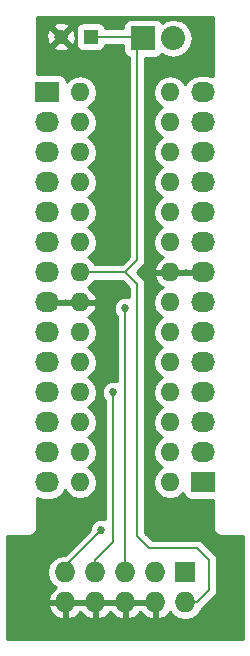
<source format=gbl>
G04 #@! TF.FileFunction,Copper,L2,Bot,Signal*
%FSLAX46Y46*%
G04 Gerber Fmt 4.6, Leading zero omitted, Abs format (unit mm)*
G04 Created by KiCad (PCBNEW 4.0.2+e4-6225~38~ubuntu15.10.1-stable) date Thu 05 May 2016 06:03:02 PM EEST*
%MOMM*%
G01*
G04 APERTURE LIST*
%ADD10C,0.100000*%
%ADD11O,1.600000X1.600000*%
%ADD12R,1.200000X1.200000*%
%ADD13C,1.200000*%
%ADD14R,2.032000X1.727200*%
%ADD15O,2.032000X1.727200*%
%ADD16R,1.727200X1.727200*%
%ADD17O,1.727200X1.727200*%
%ADD18R,2.032000X2.032000*%
%ADD19O,2.032000X2.032000*%
%ADD20C,0.685800*%
%ADD21C,0.152400*%
%ADD22C,0.254000*%
G04 APERTURE END LIST*
D10*
D11*
X135890000Y-73660000D03*
X135890000Y-76200000D03*
X135890000Y-78740000D03*
X135890000Y-81280000D03*
X135890000Y-83820000D03*
X135890000Y-86360000D03*
X135890000Y-88900000D03*
X135890000Y-91440000D03*
X135890000Y-93980000D03*
X135890000Y-96520000D03*
X135890000Y-99060000D03*
X135890000Y-101600000D03*
X135890000Y-104140000D03*
X135890000Y-106680000D03*
X143510000Y-106680000D03*
X143510000Y-104140000D03*
X143510000Y-101600000D03*
X143510000Y-99060000D03*
X143510000Y-96520000D03*
X143510000Y-93980000D03*
X143510000Y-91440000D03*
X143510000Y-88900000D03*
X143510000Y-86360000D03*
X143510000Y-83820000D03*
X143510000Y-81280000D03*
X143510000Y-78740000D03*
X143510000Y-76200000D03*
X143510000Y-73660000D03*
D12*
X136779000Y-68961000D03*
D13*
X134279000Y-68961000D03*
D14*
X133096000Y-73660000D03*
D15*
X133096000Y-76200000D03*
X133096000Y-78740000D03*
X133096000Y-81280000D03*
X133096000Y-83820000D03*
X133096000Y-86360000D03*
X133096000Y-88900000D03*
X133096000Y-91440000D03*
X133096000Y-93980000D03*
X133096000Y-96520000D03*
X133096000Y-99060000D03*
X133096000Y-101600000D03*
X133096000Y-104140000D03*
X133096000Y-106680000D03*
D14*
X146304000Y-106680000D03*
D15*
X146304000Y-104140000D03*
X146304000Y-101600000D03*
X146304000Y-99060000D03*
X146304000Y-96520000D03*
X146304000Y-93980000D03*
X146304000Y-91440000D03*
X146304000Y-88900000D03*
X146304000Y-86360000D03*
X146304000Y-83820000D03*
X146304000Y-81280000D03*
X146304000Y-78740000D03*
X146304000Y-76200000D03*
X146304000Y-73660000D03*
D16*
X144780000Y-114300000D03*
D17*
X144780000Y-116840000D03*
X142240000Y-114300000D03*
X142240000Y-116840000D03*
X139700000Y-114300000D03*
X139700000Y-116840000D03*
X137160000Y-114300000D03*
X137160000Y-116840000D03*
X134620000Y-114300000D03*
X134620000Y-116840000D03*
D18*
X141224000Y-69088000D03*
D19*
X143764000Y-69088000D03*
D20*
X139700000Y-91948000D03*
X137668000Y-110744000D03*
X138684000Y-99060000D03*
D21*
X135890000Y-88900000D02*
X139700000Y-88900000D01*
X139700000Y-88900000D02*
X140716000Y-87884000D01*
X140716000Y-87884000D02*
X140716000Y-69596000D01*
X140716000Y-69596000D02*
X141224000Y-69088000D01*
X136779000Y-68961000D02*
X141097000Y-68961000D01*
X141097000Y-68961000D02*
X141224000Y-69088000D01*
X140716000Y-69596000D02*
X141224000Y-69088000D01*
X139700000Y-88900000D02*
X140716000Y-89916000D01*
X145796000Y-116840000D02*
X144780000Y-116840000D01*
X146812000Y-115824000D02*
X145796000Y-116840000D01*
X146812000Y-113284000D02*
X146812000Y-115824000D01*
X145796000Y-112268000D02*
X146812000Y-113284000D01*
X141732000Y-112268000D02*
X145796000Y-112268000D01*
X140716000Y-111252000D02*
X141732000Y-112268000D01*
X140716000Y-89916000D02*
X140716000Y-111252000D01*
X139700000Y-114300000D02*
X139700000Y-91948000D01*
X137668000Y-110744000D02*
X134620000Y-113792000D01*
X134620000Y-113792000D02*
X134620000Y-114300000D01*
X134620000Y-114300000D02*
X134620000Y-113792000D01*
X134620000Y-114300000D02*
X134620000Y-113538000D01*
X137160000Y-114300000D02*
X137160000Y-113284000D01*
X138684000Y-111760000D02*
X138684000Y-99060000D01*
X137160000Y-113284000D02*
X138684000Y-111760000D01*
D22*
G36*
X147118000Y-72312736D02*
X147062234Y-72275474D01*
X146488745Y-72161400D01*
X146119255Y-72161400D01*
X145545766Y-72275474D01*
X145059585Y-72600330D01*
X144791173Y-73002036D01*
X144552811Y-72645302D01*
X144087264Y-72334233D01*
X143538113Y-72225000D01*
X143481887Y-72225000D01*
X142932736Y-72334233D01*
X142467189Y-72645302D01*
X142156120Y-73110849D01*
X142046887Y-73660000D01*
X142156120Y-74209151D01*
X142467189Y-74674698D01*
X142849275Y-74930000D01*
X142467189Y-75185302D01*
X142156120Y-75650849D01*
X142046887Y-76200000D01*
X142156120Y-76749151D01*
X142467189Y-77214698D01*
X142849275Y-77470000D01*
X142467189Y-77725302D01*
X142156120Y-78190849D01*
X142046887Y-78740000D01*
X142156120Y-79289151D01*
X142467189Y-79754698D01*
X142849275Y-80010000D01*
X142467189Y-80265302D01*
X142156120Y-80730849D01*
X142046887Y-81280000D01*
X142156120Y-81829151D01*
X142467189Y-82294698D01*
X142849275Y-82550000D01*
X142467189Y-82805302D01*
X142156120Y-83270849D01*
X142046887Y-83820000D01*
X142156120Y-84369151D01*
X142467189Y-84834698D01*
X142849275Y-85090000D01*
X142467189Y-85345302D01*
X142156120Y-85810849D01*
X142046887Y-86360000D01*
X142156120Y-86909151D01*
X142467189Y-87374698D01*
X142871703Y-87644986D01*
X142654866Y-87747611D01*
X142278959Y-88162577D01*
X142118096Y-88550961D01*
X142240085Y-88773000D01*
X143383000Y-88773000D01*
X143383000Y-88753000D01*
X143637000Y-88753000D01*
X143637000Y-88773000D01*
X144779915Y-88773000D01*
X144799331Y-88737659D01*
X144817783Y-88773000D01*
X146177000Y-88773000D01*
X146177000Y-88753000D01*
X146431000Y-88753000D01*
X146431000Y-88773000D01*
X146451000Y-88773000D01*
X146451000Y-89027000D01*
X146431000Y-89027000D01*
X146431000Y-89047000D01*
X146177000Y-89047000D01*
X146177000Y-89027000D01*
X144817783Y-89027000D01*
X144799331Y-89062341D01*
X144779915Y-89027000D01*
X143637000Y-89027000D01*
X143637000Y-89047000D01*
X143383000Y-89047000D01*
X143383000Y-89027000D01*
X142240085Y-89027000D01*
X142118096Y-89249039D01*
X142278959Y-89637423D01*
X142654866Y-90052389D01*
X142871703Y-90155014D01*
X142467189Y-90425302D01*
X142156120Y-90890849D01*
X142046887Y-91440000D01*
X142156120Y-91989151D01*
X142467189Y-92454698D01*
X142849275Y-92710000D01*
X142467189Y-92965302D01*
X142156120Y-93430849D01*
X142046887Y-93980000D01*
X142156120Y-94529151D01*
X142467189Y-94994698D01*
X142849275Y-95250000D01*
X142467189Y-95505302D01*
X142156120Y-95970849D01*
X142046887Y-96520000D01*
X142156120Y-97069151D01*
X142467189Y-97534698D01*
X142849275Y-97790000D01*
X142467189Y-98045302D01*
X142156120Y-98510849D01*
X142046887Y-99060000D01*
X142156120Y-99609151D01*
X142467189Y-100074698D01*
X142849275Y-100330000D01*
X142467189Y-100585302D01*
X142156120Y-101050849D01*
X142046887Y-101600000D01*
X142156120Y-102149151D01*
X142467189Y-102614698D01*
X142849275Y-102870000D01*
X142467189Y-103125302D01*
X142156120Y-103590849D01*
X142046887Y-104140000D01*
X142156120Y-104689151D01*
X142467189Y-105154698D01*
X142849275Y-105410000D01*
X142467189Y-105665302D01*
X142156120Y-106130849D01*
X142046887Y-106680000D01*
X142156120Y-107229151D01*
X142467189Y-107694698D01*
X142932736Y-108005767D01*
X143481887Y-108115000D01*
X143538113Y-108115000D01*
X144087264Y-108005767D01*
X144552811Y-107694698D01*
X144643463Y-107559028D01*
X144684838Y-107778917D01*
X144823910Y-107995041D01*
X145036110Y-108140031D01*
X145288000Y-108191040D01*
X147118000Y-108191040D01*
X147118000Y-110490000D01*
X147172046Y-110761705D01*
X147325954Y-110992046D01*
X147556295Y-111145954D01*
X147828000Y-111200000D01*
X149658000Y-111200000D01*
X149658000Y-119940000D01*
X129742000Y-119940000D01*
X129742000Y-117199026D01*
X133165042Y-117199026D01*
X133337312Y-117614947D01*
X133731510Y-118046821D01*
X134260973Y-118294968D01*
X134493000Y-118174469D01*
X134493000Y-116967000D01*
X134747000Y-116967000D01*
X134747000Y-118174469D01*
X134979027Y-118294968D01*
X135508490Y-118046821D01*
X135890000Y-117628848D01*
X136271510Y-118046821D01*
X136800973Y-118294968D01*
X137033000Y-118174469D01*
X137033000Y-116967000D01*
X137287000Y-116967000D01*
X137287000Y-118174469D01*
X137519027Y-118294968D01*
X138048490Y-118046821D01*
X138430000Y-117628848D01*
X138811510Y-118046821D01*
X139340973Y-118294968D01*
X139573000Y-118174469D01*
X139573000Y-116967000D01*
X139827000Y-116967000D01*
X139827000Y-118174469D01*
X140059027Y-118294968D01*
X140588490Y-118046821D01*
X140970000Y-117628848D01*
X141351510Y-118046821D01*
X141880973Y-118294968D01*
X142113000Y-118174469D01*
X142113000Y-116967000D01*
X139827000Y-116967000D01*
X139573000Y-116967000D01*
X137287000Y-116967000D01*
X137033000Y-116967000D01*
X134747000Y-116967000D01*
X134493000Y-116967000D01*
X133286183Y-116967000D01*
X133165042Y-117199026D01*
X129742000Y-117199026D01*
X129742000Y-111200000D01*
X131572000Y-111200000D01*
X131843705Y-111145954D01*
X132074046Y-110992046D01*
X132227954Y-110761705D01*
X132282000Y-110490000D01*
X132282000Y-108027264D01*
X132337766Y-108064526D01*
X132911255Y-108178600D01*
X133280745Y-108178600D01*
X133854234Y-108064526D01*
X134340415Y-107739670D01*
X134608827Y-107337964D01*
X134847189Y-107694698D01*
X135312736Y-108005767D01*
X135861887Y-108115000D01*
X135918113Y-108115000D01*
X136467264Y-108005767D01*
X136932811Y-107694698D01*
X137243880Y-107229151D01*
X137353113Y-106680000D01*
X137243880Y-106130849D01*
X136932811Y-105665302D01*
X136550725Y-105410000D01*
X136932811Y-105154698D01*
X137243880Y-104689151D01*
X137353113Y-104140000D01*
X137243880Y-103590849D01*
X136932811Y-103125302D01*
X136550725Y-102870000D01*
X136932811Y-102614698D01*
X137243880Y-102149151D01*
X137353113Y-101600000D01*
X137243880Y-101050849D01*
X136932811Y-100585302D01*
X136550725Y-100330000D01*
X136932811Y-100074698D01*
X137243880Y-99609151D01*
X137353113Y-99060000D01*
X137243880Y-98510849D01*
X136932811Y-98045302D01*
X136550725Y-97790000D01*
X136932811Y-97534698D01*
X137243880Y-97069151D01*
X137353113Y-96520000D01*
X137243880Y-95970849D01*
X136932811Y-95505302D01*
X136550725Y-95250000D01*
X136932811Y-94994698D01*
X137243880Y-94529151D01*
X137353113Y-93980000D01*
X137243880Y-93430849D01*
X136932811Y-92965302D01*
X136528297Y-92695014D01*
X136745134Y-92592389D01*
X137121041Y-92177423D01*
X137281904Y-91789039D01*
X137159915Y-91567000D01*
X136017000Y-91567000D01*
X136017000Y-91587000D01*
X135763000Y-91587000D01*
X135763000Y-91567000D01*
X134620085Y-91567000D01*
X134600669Y-91602341D01*
X134582217Y-91567000D01*
X133223000Y-91567000D01*
X133223000Y-91587000D01*
X132969000Y-91587000D01*
X132969000Y-91567000D01*
X132949000Y-91567000D01*
X132949000Y-91313000D01*
X132969000Y-91313000D01*
X132969000Y-91293000D01*
X133223000Y-91293000D01*
X133223000Y-91313000D01*
X134582217Y-91313000D01*
X134600669Y-91277659D01*
X134620085Y-91313000D01*
X135763000Y-91313000D01*
X135763000Y-91293000D01*
X136017000Y-91293000D01*
X136017000Y-91313000D01*
X137159915Y-91313000D01*
X137281904Y-91090961D01*
X137121041Y-90702577D01*
X136745134Y-90287611D01*
X136528297Y-90184986D01*
X136932811Y-89914698D01*
X137135602Y-89611200D01*
X139405412Y-89611200D01*
X140004800Y-90210588D01*
X140004800Y-91015709D01*
X139895370Y-90970270D01*
X139506337Y-90969931D01*
X139146788Y-91118493D01*
X138871460Y-91393341D01*
X138722270Y-91752630D01*
X138721931Y-92141663D01*
X138870493Y-92501212D01*
X138988800Y-92619726D01*
X138988800Y-98127709D01*
X138879370Y-98082270D01*
X138490337Y-98081931D01*
X138130788Y-98230493D01*
X137855460Y-98505341D01*
X137706270Y-98864630D01*
X137705931Y-99253663D01*
X137854493Y-99613212D01*
X137972800Y-99731726D01*
X137972800Y-109811709D01*
X137863370Y-109766270D01*
X137474337Y-109765931D01*
X137114788Y-109914493D01*
X136839460Y-110189341D01*
X136690270Y-110548630D01*
X136690124Y-110716088D01*
X134604812Y-112801400D01*
X134590641Y-112801400D01*
X134017152Y-112915474D01*
X133530971Y-113240330D01*
X133206115Y-113726511D01*
X133092041Y-114300000D01*
X133206115Y-114873489D01*
X133530971Y-115359670D01*
X133854228Y-115575664D01*
X133731510Y-115633179D01*
X133337312Y-116065053D01*
X133165042Y-116480974D01*
X133286183Y-116713000D01*
X134493000Y-116713000D01*
X134493000Y-116693000D01*
X134747000Y-116693000D01*
X134747000Y-116713000D01*
X137033000Y-116713000D01*
X137033000Y-116693000D01*
X137287000Y-116693000D01*
X137287000Y-116713000D01*
X139573000Y-116713000D01*
X139573000Y-116693000D01*
X139827000Y-116693000D01*
X139827000Y-116713000D01*
X142113000Y-116713000D01*
X142113000Y-116693000D01*
X142367000Y-116693000D01*
X142367000Y-116713000D01*
X142387000Y-116713000D01*
X142387000Y-116967000D01*
X142367000Y-116967000D01*
X142367000Y-118174469D01*
X142599027Y-118294968D01*
X143128490Y-118046821D01*
X143510008Y-117628839D01*
X143690971Y-117899670D01*
X144177152Y-118224526D01*
X144750641Y-118338600D01*
X144809359Y-118338600D01*
X145382848Y-118224526D01*
X145869029Y-117899670D01*
X146193885Y-117413489D01*
X146193984Y-117412993D01*
X146298894Y-117342894D01*
X147314894Y-116326894D01*
X147469063Y-116096165D01*
X147523200Y-115824000D01*
X147523200Y-113284000D01*
X147503410Y-113184510D01*
X147469063Y-113011835D01*
X147314894Y-112781106D01*
X146298894Y-111765106D01*
X146068165Y-111610937D01*
X145796000Y-111556800D01*
X142026588Y-111556800D01*
X141427200Y-110957412D01*
X141427200Y-89916000D01*
X141373063Y-89643836D01*
X141373063Y-89643835D01*
X141218894Y-89413106D01*
X140705788Y-88900000D01*
X141218894Y-88386894D01*
X141373063Y-88156165D01*
X141427200Y-87884000D01*
X141427200Y-70751440D01*
X142240000Y-70751440D01*
X142475317Y-70707162D01*
X142691441Y-70568090D01*
X142798233Y-70411794D01*
X143099845Y-70613325D01*
X143731655Y-70739000D01*
X143796345Y-70739000D01*
X144428155Y-70613325D01*
X144963778Y-70255433D01*
X145321670Y-69719810D01*
X145447345Y-69088000D01*
X145321670Y-68456190D01*
X144963778Y-67920567D01*
X144428155Y-67562675D01*
X143796345Y-67437000D01*
X143731655Y-67437000D01*
X143099845Y-67562675D01*
X142797038Y-67765004D01*
X142704090Y-67620559D01*
X142491890Y-67475569D01*
X142240000Y-67424560D01*
X140208000Y-67424560D01*
X139972683Y-67468838D01*
X139756559Y-67607910D01*
X139611569Y-67820110D01*
X139560560Y-68072000D01*
X139560560Y-68249800D01*
X138005516Y-68249800D01*
X137982162Y-68125683D01*
X137843090Y-67909559D01*
X137630890Y-67764569D01*
X137379000Y-67713560D01*
X136179000Y-67713560D01*
X135943683Y-67757838D01*
X135727559Y-67896910D01*
X135582569Y-68109110D01*
X135531560Y-68361000D01*
X135531560Y-69561000D01*
X135575838Y-69796317D01*
X135714910Y-70012441D01*
X135927110Y-70157431D01*
X136179000Y-70208440D01*
X137379000Y-70208440D01*
X137614317Y-70164162D01*
X137830441Y-70025090D01*
X137975431Y-69812890D01*
X138003921Y-69672200D01*
X139560560Y-69672200D01*
X139560560Y-70104000D01*
X139604838Y-70339317D01*
X139743910Y-70555441D01*
X139956110Y-70700431D01*
X140004800Y-70710291D01*
X140004800Y-87589412D01*
X139405412Y-88188800D01*
X137135602Y-88188800D01*
X136932811Y-87885302D01*
X136550725Y-87630000D01*
X136932811Y-87374698D01*
X137243880Y-86909151D01*
X137353113Y-86360000D01*
X137243880Y-85810849D01*
X136932811Y-85345302D01*
X136550725Y-85090000D01*
X136932811Y-84834698D01*
X137243880Y-84369151D01*
X137353113Y-83820000D01*
X137243880Y-83270849D01*
X136932811Y-82805302D01*
X136550725Y-82550000D01*
X136932811Y-82294698D01*
X137243880Y-81829151D01*
X137353113Y-81280000D01*
X137243880Y-80730849D01*
X136932811Y-80265302D01*
X136550725Y-80010000D01*
X136932811Y-79754698D01*
X137243880Y-79289151D01*
X137353113Y-78740000D01*
X137243880Y-78190849D01*
X136932811Y-77725302D01*
X136550725Y-77470000D01*
X136932811Y-77214698D01*
X137243880Y-76749151D01*
X137353113Y-76200000D01*
X137243880Y-75650849D01*
X136932811Y-75185302D01*
X136550725Y-74930000D01*
X136932811Y-74674698D01*
X137243880Y-74209151D01*
X137353113Y-73660000D01*
X137243880Y-73110849D01*
X136932811Y-72645302D01*
X136467264Y-72334233D01*
X135918113Y-72225000D01*
X135861887Y-72225000D01*
X135312736Y-72334233D01*
X134847189Y-72645302D01*
X134756537Y-72780972D01*
X134715162Y-72561083D01*
X134576090Y-72344959D01*
X134363890Y-72199969D01*
X134112000Y-72148960D01*
X132282000Y-72148960D01*
X132282000Y-69823735D01*
X133595870Y-69823735D01*
X133645383Y-70049164D01*
X134110036Y-70208807D01*
X134600413Y-70178482D01*
X134912617Y-70049164D01*
X134962130Y-69823735D01*
X134279000Y-69140605D01*
X133595870Y-69823735D01*
X132282000Y-69823735D01*
X132282000Y-68792036D01*
X133031193Y-68792036D01*
X133061518Y-69282413D01*
X133190836Y-69594617D01*
X133416265Y-69644130D01*
X134099395Y-68961000D01*
X134458605Y-68961000D01*
X135141735Y-69644130D01*
X135367164Y-69594617D01*
X135526807Y-69129964D01*
X135496482Y-68639587D01*
X135367164Y-68327383D01*
X135141735Y-68277870D01*
X134458605Y-68961000D01*
X134099395Y-68961000D01*
X133416265Y-68277870D01*
X133190836Y-68327383D01*
X133031193Y-68792036D01*
X132282000Y-68792036D01*
X132282000Y-68098265D01*
X133595870Y-68098265D01*
X134279000Y-68781395D01*
X134962130Y-68098265D01*
X134912617Y-67872836D01*
X134447964Y-67713193D01*
X133957587Y-67743518D01*
X133645383Y-67872836D01*
X133595870Y-68098265D01*
X132282000Y-68098265D01*
X132282000Y-67258000D01*
X147118000Y-67258000D01*
X147118000Y-72312736D01*
X147118000Y-72312736D01*
G37*
X147118000Y-72312736D02*
X147062234Y-72275474D01*
X146488745Y-72161400D01*
X146119255Y-72161400D01*
X145545766Y-72275474D01*
X145059585Y-72600330D01*
X144791173Y-73002036D01*
X144552811Y-72645302D01*
X144087264Y-72334233D01*
X143538113Y-72225000D01*
X143481887Y-72225000D01*
X142932736Y-72334233D01*
X142467189Y-72645302D01*
X142156120Y-73110849D01*
X142046887Y-73660000D01*
X142156120Y-74209151D01*
X142467189Y-74674698D01*
X142849275Y-74930000D01*
X142467189Y-75185302D01*
X142156120Y-75650849D01*
X142046887Y-76200000D01*
X142156120Y-76749151D01*
X142467189Y-77214698D01*
X142849275Y-77470000D01*
X142467189Y-77725302D01*
X142156120Y-78190849D01*
X142046887Y-78740000D01*
X142156120Y-79289151D01*
X142467189Y-79754698D01*
X142849275Y-80010000D01*
X142467189Y-80265302D01*
X142156120Y-80730849D01*
X142046887Y-81280000D01*
X142156120Y-81829151D01*
X142467189Y-82294698D01*
X142849275Y-82550000D01*
X142467189Y-82805302D01*
X142156120Y-83270849D01*
X142046887Y-83820000D01*
X142156120Y-84369151D01*
X142467189Y-84834698D01*
X142849275Y-85090000D01*
X142467189Y-85345302D01*
X142156120Y-85810849D01*
X142046887Y-86360000D01*
X142156120Y-86909151D01*
X142467189Y-87374698D01*
X142871703Y-87644986D01*
X142654866Y-87747611D01*
X142278959Y-88162577D01*
X142118096Y-88550961D01*
X142240085Y-88773000D01*
X143383000Y-88773000D01*
X143383000Y-88753000D01*
X143637000Y-88753000D01*
X143637000Y-88773000D01*
X144779915Y-88773000D01*
X144799331Y-88737659D01*
X144817783Y-88773000D01*
X146177000Y-88773000D01*
X146177000Y-88753000D01*
X146431000Y-88753000D01*
X146431000Y-88773000D01*
X146451000Y-88773000D01*
X146451000Y-89027000D01*
X146431000Y-89027000D01*
X146431000Y-89047000D01*
X146177000Y-89047000D01*
X146177000Y-89027000D01*
X144817783Y-89027000D01*
X144799331Y-89062341D01*
X144779915Y-89027000D01*
X143637000Y-89027000D01*
X143637000Y-89047000D01*
X143383000Y-89047000D01*
X143383000Y-89027000D01*
X142240085Y-89027000D01*
X142118096Y-89249039D01*
X142278959Y-89637423D01*
X142654866Y-90052389D01*
X142871703Y-90155014D01*
X142467189Y-90425302D01*
X142156120Y-90890849D01*
X142046887Y-91440000D01*
X142156120Y-91989151D01*
X142467189Y-92454698D01*
X142849275Y-92710000D01*
X142467189Y-92965302D01*
X142156120Y-93430849D01*
X142046887Y-93980000D01*
X142156120Y-94529151D01*
X142467189Y-94994698D01*
X142849275Y-95250000D01*
X142467189Y-95505302D01*
X142156120Y-95970849D01*
X142046887Y-96520000D01*
X142156120Y-97069151D01*
X142467189Y-97534698D01*
X142849275Y-97790000D01*
X142467189Y-98045302D01*
X142156120Y-98510849D01*
X142046887Y-99060000D01*
X142156120Y-99609151D01*
X142467189Y-100074698D01*
X142849275Y-100330000D01*
X142467189Y-100585302D01*
X142156120Y-101050849D01*
X142046887Y-101600000D01*
X142156120Y-102149151D01*
X142467189Y-102614698D01*
X142849275Y-102870000D01*
X142467189Y-103125302D01*
X142156120Y-103590849D01*
X142046887Y-104140000D01*
X142156120Y-104689151D01*
X142467189Y-105154698D01*
X142849275Y-105410000D01*
X142467189Y-105665302D01*
X142156120Y-106130849D01*
X142046887Y-106680000D01*
X142156120Y-107229151D01*
X142467189Y-107694698D01*
X142932736Y-108005767D01*
X143481887Y-108115000D01*
X143538113Y-108115000D01*
X144087264Y-108005767D01*
X144552811Y-107694698D01*
X144643463Y-107559028D01*
X144684838Y-107778917D01*
X144823910Y-107995041D01*
X145036110Y-108140031D01*
X145288000Y-108191040D01*
X147118000Y-108191040D01*
X147118000Y-110490000D01*
X147172046Y-110761705D01*
X147325954Y-110992046D01*
X147556295Y-111145954D01*
X147828000Y-111200000D01*
X149658000Y-111200000D01*
X149658000Y-119940000D01*
X129742000Y-119940000D01*
X129742000Y-117199026D01*
X133165042Y-117199026D01*
X133337312Y-117614947D01*
X133731510Y-118046821D01*
X134260973Y-118294968D01*
X134493000Y-118174469D01*
X134493000Y-116967000D01*
X134747000Y-116967000D01*
X134747000Y-118174469D01*
X134979027Y-118294968D01*
X135508490Y-118046821D01*
X135890000Y-117628848D01*
X136271510Y-118046821D01*
X136800973Y-118294968D01*
X137033000Y-118174469D01*
X137033000Y-116967000D01*
X137287000Y-116967000D01*
X137287000Y-118174469D01*
X137519027Y-118294968D01*
X138048490Y-118046821D01*
X138430000Y-117628848D01*
X138811510Y-118046821D01*
X139340973Y-118294968D01*
X139573000Y-118174469D01*
X139573000Y-116967000D01*
X139827000Y-116967000D01*
X139827000Y-118174469D01*
X140059027Y-118294968D01*
X140588490Y-118046821D01*
X140970000Y-117628848D01*
X141351510Y-118046821D01*
X141880973Y-118294968D01*
X142113000Y-118174469D01*
X142113000Y-116967000D01*
X139827000Y-116967000D01*
X139573000Y-116967000D01*
X137287000Y-116967000D01*
X137033000Y-116967000D01*
X134747000Y-116967000D01*
X134493000Y-116967000D01*
X133286183Y-116967000D01*
X133165042Y-117199026D01*
X129742000Y-117199026D01*
X129742000Y-111200000D01*
X131572000Y-111200000D01*
X131843705Y-111145954D01*
X132074046Y-110992046D01*
X132227954Y-110761705D01*
X132282000Y-110490000D01*
X132282000Y-108027264D01*
X132337766Y-108064526D01*
X132911255Y-108178600D01*
X133280745Y-108178600D01*
X133854234Y-108064526D01*
X134340415Y-107739670D01*
X134608827Y-107337964D01*
X134847189Y-107694698D01*
X135312736Y-108005767D01*
X135861887Y-108115000D01*
X135918113Y-108115000D01*
X136467264Y-108005767D01*
X136932811Y-107694698D01*
X137243880Y-107229151D01*
X137353113Y-106680000D01*
X137243880Y-106130849D01*
X136932811Y-105665302D01*
X136550725Y-105410000D01*
X136932811Y-105154698D01*
X137243880Y-104689151D01*
X137353113Y-104140000D01*
X137243880Y-103590849D01*
X136932811Y-103125302D01*
X136550725Y-102870000D01*
X136932811Y-102614698D01*
X137243880Y-102149151D01*
X137353113Y-101600000D01*
X137243880Y-101050849D01*
X136932811Y-100585302D01*
X136550725Y-100330000D01*
X136932811Y-100074698D01*
X137243880Y-99609151D01*
X137353113Y-99060000D01*
X137243880Y-98510849D01*
X136932811Y-98045302D01*
X136550725Y-97790000D01*
X136932811Y-97534698D01*
X137243880Y-97069151D01*
X137353113Y-96520000D01*
X137243880Y-95970849D01*
X136932811Y-95505302D01*
X136550725Y-95250000D01*
X136932811Y-94994698D01*
X137243880Y-94529151D01*
X137353113Y-93980000D01*
X137243880Y-93430849D01*
X136932811Y-92965302D01*
X136528297Y-92695014D01*
X136745134Y-92592389D01*
X137121041Y-92177423D01*
X137281904Y-91789039D01*
X137159915Y-91567000D01*
X136017000Y-91567000D01*
X136017000Y-91587000D01*
X135763000Y-91587000D01*
X135763000Y-91567000D01*
X134620085Y-91567000D01*
X134600669Y-91602341D01*
X134582217Y-91567000D01*
X133223000Y-91567000D01*
X133223000Y-91587000D01*
X132969000Y-91587000D01*
X132969000Y-91567000D01*
X132949000Y-91567000D01*
X132949000Y-91313000D01*
X132969000Y-91313000D01*
X132969000Y-91293000D01*
X133223000Y-91293000D01*
X133223000Y-91313000D01*
X134582217Y-91313000D01*
X134600669Y-91277659D01*
X134620085Y-91313000D01*
X135763000Y-91313000D01*
X135763000Y-91293000D01*
X136017000Y-91293000D01*
X136017000Y-91313000D01*
X137159915Y-91313000D01*
X137281904Y-91090961D01*
X137121041Y-90702577D01*
X136745134Y-90287611D01*
X136528297Y-90184986D01*
X136932811Y-89914698D01*
X137135602Y-89611200D01*
X139405412Y-89611200D01*
X140004800Y-90210588D01*
X140004800Y-91015709D01*
X139895370Y-90970270D01*
X139506337Y-90969931D01*
X139146788Y-91118493D01*
X138871460Y-91393341D01*
X138722270Y-91752630D01*
X138721931Y-92141663D01*
X138870493Y-92501212D01*
X138988800Y-92619726D01*
X138988800Y-98127709D01*
X138879370Y-98082270D01*
X138490337Y-98081931D01*
X138130788Y-98230493D01*
X137855460Y-98505341D01*
X137706270Y-98864630D01*
X137705931Y-99253663D01*
X137854493Y-99613212D01*
X137972800Y-99731726D01*
X137972800Y-109811709D01*
X137863370Y-109766270D01*
X137474337Y-109765931D01*
X137114788Y-109914493D01*
X136839460Y-110189341D01*
X136690270Y-110548630D01*
X136690124Y-110716088D01*
X134604812Y-112801400D01*
X134590641Y-112801400D01*
X134017152Y-112915474D01*
X133530971Y-113240330D01*
X133206115Y-113726511D01*
X133092041Y-114300000D01*
X133206115Y-114873489D01*
X133530971Y-115359670D01*
X133854228Y-115575664D01*
X133731510Y-115633179D01*
X133337312Y-116065053D01*
X133165042Y-116480974D01*
X133286183Y-116713000D01*
X134493000Y-116713000D01*
X134493000Y-116693000D01*
X134747000Y-116693000D01*
X134747000Y-116713000D01*
X137033000Y-116713000D01*
X137033000Y-116693000D01*
X137287000Y-116693000D01*
X137287000Y-116713000D01*
X139573000Y-116713000D01*
X139573000Y-116693000D01*
X139827000Y-116693000D01*
X139827000Y-116713000D01*
X142113000Y-116713000D01*
X142113000Y-116693000D01*
X142367000Y-116693000D01*
X142367000Y-116713000D01*
X142387000Y-116713000D01*
X142387000Y-116967000D01*
X142367000Y-116967000D01*
X142367000Y-118174469D01*
X142599027Y-118294968D01*
X143128490Y-118046821D01*
X143510008Y-117628839D01*
X143690971Y-117899670D01*
X144177152Y-118224526D01*
X144750641Y-118338600D01*
X144809359Y-118338600D01*
X145382848Y-118224526D01*
X145869029Y-117899670D01*
X146193885Y-117413489D01*
X146193984Y-117412993D01*
X146298894Y-117342894D01*
X147314894Y-116326894D01*
X147469063Y-116096165D01*
X147523200Y-115824000D01*
X147523200Y-113284000D01*
X147503410Y-113184510D01*
X147469063Y-113011835D01*
X147314894Y-112781106D01*
X146298894Y-111765106D01*
X146068165Y-111610937D01*
X145796000Y-111556800D01*
X142026588Y-111556800D01*
X141427200Y-110957412D01*
X141427200Y-89916000D01*
X141373063Y-89643836D01*
X141373063Y-89643835D01*
X141218894Y-89413106D01*
X140705788Y-88900000D01*
X141218894Y-88386894D01*
X141373063Y-88156165D01*
X141427200Y-87884000D01*
X141427200Y-70751440D01*
X142240000Y-70751440D01*
X142475317Y-70707162D01*
X142691441Y-70568090D01*
X142798233Y-70411794D01*
X143099845Y-70613325D01*
X143731655Y-70739000D01*
X143796345Y-70739000D01*
X144428155Y-70613325D01*
X144963778Y-70255433D01*
X145321670Y-69719810D01*
X145447345Y-69088000D01*
X145321670Y-68456190D01*
X144963778Y-67920567D01*
X144428155Y-67562675D01*
X143796345Y-67437000D01*
X143731655Y-67437000D01*
X143099845Y-67562675D01*
X142797038Y-67765004D01*
X142704090Y-67620559D01*
X142491890Y-67475569D01*
X142240000Y-67424560D01*
X140208000Y-67424560D01*
X139972683Y-67468838D01*
X139756559Y-67607910D01*
X139611569Y-67820110D01*
X139560560Y-68072000D01*
X139560560Y-68249800D01*
X138005516Y-68249800D01*
X137982162Y-68125683D01*
X137843090Y-67909559D01*
X137630890Y-67764569D01*
X137379000Y-67713560D01*
X136179000Y-67713560D01*
X135943683Y-67757838D01*
X135727559Y-67896910D01*
X135582569Y-68109110D01*
X135531560Y-68361000D01*
X135531560Y-69561000D01*
X135575838Y-69796317D01*
X135714910Y-70012441D01*
X135927110Y-70157431D01*
X136179000Y-70208440D01*
X137379000Y-70208440D01*
X137614317Y-70164162D01*
X137830441Y-70025090D01*
X137975431Y-69812890D01*
X138003921Y-69672200D01*
X139560560Y-69672200D01*
X139560560Y-70104000D01*
X139604838Y-70339317D01*
X139743910Y-70555441D01*
X139956110Y-70700431D01*
X140004800Y-70710291D01*
X140004800Y-87589412D01*
X139405412Y-88188800D01*
X137135602Y-88188800D01*
X136932811Y-87885302D01*
X136550725Y-87630000D01*
X136932811Y-87374698D01*
X137243880Y-86909151D01*
X137353113Y-86360000D01*
X137243880Y-85810849D01*
X136932811Y-85345302D01*
X136550725Y-85090000D01*
X136932811Y-84834698D01*
X137243880Y-84369151D01*
X137353113Y-83820000D01*
X137243880Y-83270849D01*
X136932811Y-82805302D01*
X136550725Y-82550000D01*
X136932811Y-82294698D01*
X137243880Y-81829151D01*
X137353113Y-81280000D01*
X137243880Y-80730849D01*
X136932811Y-80265302D01*
X136550725Y-80010000D01*
X136932811Y-79754698D01*
X137243880Y-79289151D01*
X137353113Y-78740000D01*
X137243880Y-78190849D01*
X136932811Y-77725302D01*
X136550725Y-77470000D01*
X136932811Y-77214698D01*
X137243880Y-76749151D01*
X137353113Y-76200000D01*
X137243880Y-75650849D01*
X136932811Y-75185302D01*
X136550725Y-74930000D01*
X136932811Y-74674698D01*
X137243880Y-74209151D01*
X137353113Y-73660000D01*
X137243880Y-73110849D01*
X136932811Y-72645302D01*
X136467264Y-72334233D01*
X135918113Y-72225000D01*
X135861887Y-72225000D01*
X135312736Y-72334233D01*
X134847189Y-72645302D01*
X134756537Y-72780972D01*
X134715162Y-72561083D01*
X134576090Y-72344959D01*
X134363890Y-72199969D01*
X134112000Y-72148960D01*
X132282000Y-72148960D01*
X132282000Y-69823735D01*
X133595870Y-69823735D01*
X133645383Y-70049164D01*
X134110036Y-70208807D01*
X134600413Y-70178482D01*
X134912617Y-70049164D01*
X134962130Y-69823735D01*
X134279000Y-69140605D01*
X133595870Y-69823735D01*
X132282000Y-69823735D01*
X132282000Y-68792036D01*
X133031193Y-68792036D01*
X133061518Y-69282413D01*
X133190836Y-69594617D01*
X133416265Y-69644130D01*
X134099395Y-68961000D01*
X134458605Y-68961000D01*
X135141735Y-69644130D01*
X135367164Y-69594617D01*
X135526807Y-69129964D01*
X135496482Y-68639587D01*
X135367164Y-68327383D01*
X135141735Y-68277870D01*
X134458605Y-68961000D01*
X134099395Y-68961000D01*
X133416265Y-68277870D01*
X133190836Y-68327383D01*
X133031193Y-68792036D01*
X132282000Y-68792036D01*
X132282000Y-68098265D01*
X133595870Y-68098265D01*
X134279000Y-68781395D01*
X134962130Y-68098265D01*
X134912617Y-67872836D01*
X134447964Y-67713193D01*
X133957587Y-67743518D01*
X133645383Y-67872836D01*
X133595870Y-68098265D01*
X132282000Y-68098265D01*
X132282000Y-67258000D01*
X147118000Y-67258000D01*
X147118000Y-72312736D01*
M02*

</source>
